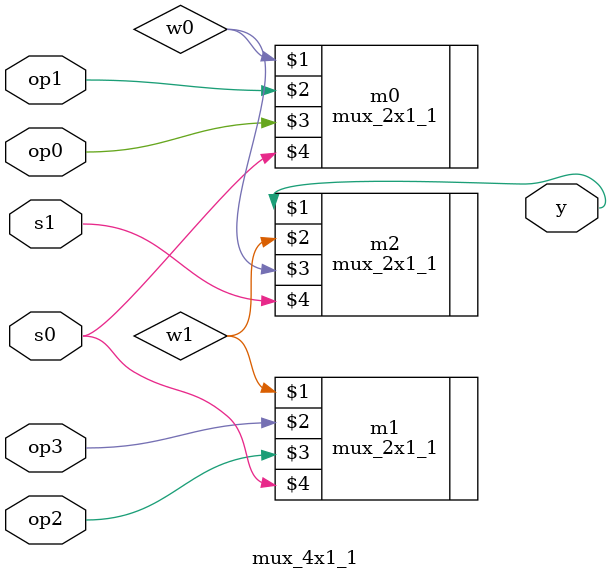
<source format=v>
module mux_4x1_1(y, op3, op2, op1, op0, s1, s0);
input op3, op2, op1, op0, s1, s0;
output y;
wire w0, w1;

mux_2x1_1	m0(w0,op1,op0,s0),
				m1(w1,op3,op2,s0),
				m2(y,w1,w0,s1);

endmodule

</source>
